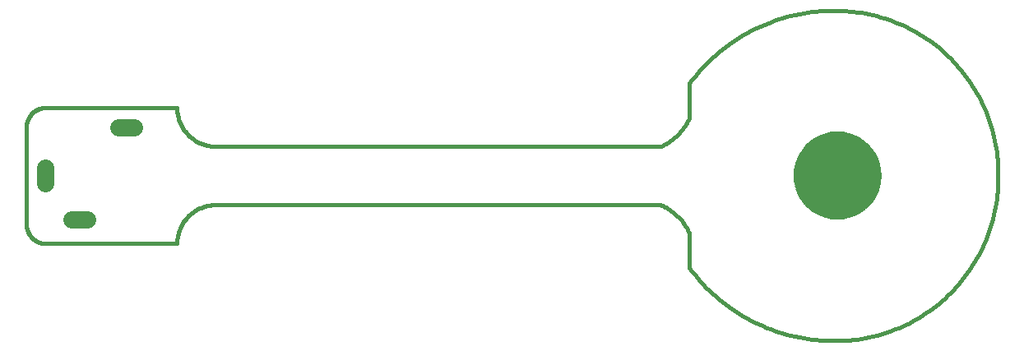
<source format=gbs>
G75*
%MOIN*%
%OFA0B0*%
%FSLAX25Y25*%
%IPPOS*%
%LPD*%
%AMOC8*
5,1,8,0,0,1.08239X$1,22.5*
%
%ADD10C,0.01600*%
%ADD11C,0.07137*%
%ADD12C,0.00600*%
D10*
X0023106Y0041189D02*
X0076256Y0041189D01*
X0076261Y0041570D01*
X0076274Y0041950D01*
X0076297Y0042330D01*
X0076330Y0042709D01*
X0076371Y0043087D01*
X0076421Y0043464D01*
X0076481Y0043840D01*
X0076549Y0044215D01*
X0076627Y0044587D01*
X0076714Y0044958D01*
X0076809Y0045326D01*
X0076914Y0045692D01*
X0077027Y0046055D01*
X0077149Y0046416D01*
X0077279Y0046773D01*
X0077419Y0047127D01*
X0077566Y0047478D01*
X0077723Y0047825D01*
X0077887Y0048168D01*
X0078060Y0048507D01*
X0078241Y0048842D01*
X0078430Y0049173D01*
X0078627Y0049498D01*
X0078831Y0049819D01*
X0079044Y0050135D01*
X0079264Y0050445D01*
X0079491Y0050751D01*
X0079726Y0051050D01*
X0079968Y0051344D01*
X0080216Y0051632D01*
X0080472Y0051914D01*
X0080735Y0052189D01*
X0081004Y0052458D01*
X0081279Y0052721D01*
X0081561Y0052977D01*
X0081849Y0053225D01*
X0082143Y0053467D01*
X0082442Y0053702D01*
X0082748Y0053929D01*
X0083058Y0054149D01*
X0083374Y0054362D01*
X0083695Y0054566D01*
X0084020Y0054763D01*
X0084351Y0054952D01*
X0084686Y0055133D01*
X0085025Y0055306D01*
X0085368Y0055470D01*
X0085715Y0055627D01*
X0086066Y0055774D01*
X0086420Y0055914D01*
X0086777Y0056044D01*
X0087138Y0056166D01*
X0087501Y0056279D01*
X0087867Y0056384D01*
X0088235Y0056479D01*
X0088606Y0056566D01*
X0088978Y0056644D01*
X0089353Y0056712D01*
X0089729Y0056772D01*
X0090106Y0056822D01*
X0090484Y0056863D01*
X0090863Y0056896D01*
X0091243Y0056919D01*
X0091623Y0056932D01*
X0092004Y0056937D01*
X0272122Y0056937D01*
X0283933Y0045126D02*
X0283933Y0031347D01*
X0283933Y0045126D02*
X0283728Y0045603D01*
X0283513Y0046076D01*
X0283286Y0046543D01*
X0283048Y0047004D01*
X0282799Y0047460D01*
X0282539Y0047910D01*
X0282269Y0048354D01*
X0281988Y0048791D01*
X0281697Y0049221D01*
X0281395Y0049644D01*
X0281084Y0050060D01*
X0280763Y0050468D01*
X0280432Y0050868D01*
X0280092Y0051261D01*
X0279743Y0051645D01*
X0279384Y0052021D01*
X0279017Y0052388D01*
X0278641Y0052747D01*
X0278257Y0053096D01*
X0277864Y0053436D01*
X0277464Y0053767D01*
X0277056Y0054088D01*
X0276640Y0054399D01*
X0276217Y0054701D01*
X0275787Y0054992D01*
X0275350Y0055273D01*
X0274906Y0055543D01*
X0274456Y0055803D01*
X0274000Y0056052D01*
X0273539Y0056290D01*
X0273072Y0056517D01*
X0272599Y0056732D01*
X0272122Y0056937D01*
X0272122Y0080559D02*
X0092004Y0080559D01*
X0091623Y0080564D01*
X0091243Y0080577D01*
X0090863Y0080600D01*
X0090484Y0080633D01*
X0090106Y0080674D01*
X0089729Y0080724D01*
X0089353Y0080784D01*
X0088978Y0080852D01*
X0088606Y0080930D01*
X0088235Y0081017D01*
X0087867Y0081112D01*
X0087501Y0081217D01*
X0087138Y0081330D01*
X0086777Y0081452D01*
X0086420Y0081582D01*
X0086066Y0081722D01*
X0085715Y0081869D01*
X0085368Y0082026D01*
X0085025Y0082190D01*
X0084686Y0082363D01*
X0084351Y0082544D01*
X0084020Y0082733D01*
X0083695Y0082930D01*
X0083374Y0083134D01*
X0083058Y0083347D01*
X0082748Y0083567D01*
X0082442Y0083794D01*
X0082143Y0084029D01*
X0081849Y0084271D01*
X0081561Y0084519D01*
X0081279Y0084775D01*
X0081004Y0085038D01*
X0080735Y0085307D01*
X0080472Y0085582D01*
X0080216Y0085864D01*
X0079968Y0086152D01*
X0079726Y0086446D01*
X0079491Y0086745D01*
X0079264Y0087051D01*
X0079044Y0087361D01*
X0078831Y0087677D01*
X0078627Y0087998D01*
X0078430Y0088323D01*
X0078241Y0088654D01*
X0078060Y0088989D01*
X0077887Y0089328D01*
X0077723Y0089671D01*
X0077566Y0090018D01*
X0077419Y0090369D01*
X0077279Y0090723D01*
X0077149Y0091080D01*
X0077027Y0091441D01*
X0076914Y0091804D01*
X0076809Y0092170D01*
X0076714Y0092538D01*
X0076627Y0092909D01*
X0076549Y0093281D01*
X0076481Y0093656D01*
X0076421Y0094032D01*
X0076371Y0094409D01*
X0076330Y0094787D01*
X0076297Y0095166D01*
X0076274Y0095546D01*
X0076261Y0095926D01*
X0076256Y0096307D01*
X0023106Y0096307D01*
X0022916Y0096305D01*
X0022726Y0096298D01*
X0022536Y0096286D01*
X0022346Y0096270D01*
X0022157Y0096250D01*
X0021968Y0096224D01*
X0021780Y0096195D01*
X0021593Y0096160D01*
X0021407Y0096121D01*
X0021222Y0096078D01*
X0021037Y0096030D01*
X0020854Y0095978D01*
X0020673Y0095922D01*
X0020493Y0095861D01*
X0020314Y0095795D01*
X0020137Y0095726D01*
X0019961Y0095652D01*
X0019788Y0095574D01*
X0019616Y0095491D01*
X0019447Y0095405D01*
X0019279Y0095315D01*
X0019114Y0095220D01*
X0018951Y0095122D01*
X0018791Y0095019D01*
X0018633Y0094913D01*
X0018478Y0094803D01*
X0018325Y0094690D01*
X0018175Y0094572D01*
X0018029Y0094451D01*
X0017885Y0094327D01*
X0017744Y0094199D01*
X0017606Y0094068D01*
X0017471Y0093933D01*
X0017340Y0093795D01*
X0017212Y0093654D01*
X0017088Y0093510D01*
X0016967Y0093364D01*
X0016849Y0093214D01*
X0016736Y0093061D01*
X0016626Y0092906D01*
X0016520Y0092748D01*
X0016417Y0092588D01*
X0016319Y0092425D01*
X0016224Y0092260D01*
X0016134Y0092092D01*
X0016048Y0091923D01*
X0015965Y0091751D01*
X0015887Y0091578D01*
X0015813Y0091402D01*
X0015744Y0091225D01*
X0015678Y0091046D01*
X0015617Y0090866D01*
X0015561Y0090685D01*
X0015509Y0090502D01*
X0015461Y0090317D01*
X0015418Y0090132D01*
X0015379Y0089946D01*
X0015344Y0089759D01*
X0015315Y0089571D01*
X0015289Y0089382D01*
X0015269Y0089193D01*
X0015253Y0089003D01*
X0015241Y0088813D01*
X0015234Y0088623D01*
X0015232Y0088433D01*
X0015232Y0049063D01*
X0015234Y0048873D01*
X0015241Y0048683D01*
X0015253Y0048493D01*
X0015269Y0048303D01*
X0015289Y0048114D01*
X0015315Y0047925D01*
X0015344Y0047737D01*
X0015379Y0047550D01*
X0015418Y0047364D01*
X0015461Y0047179D01*
X0015509Y0046994D01*
X0015561Y0046811D01*
X0015617Y0046630D01*
X0015678Y0046450D01*
X0015744Y0046271D01*
X0015813Y0046094D01*
X0015887Y0045918D01*
X0015965Y0045745D01*
X0016048Y0045573D01*
X0016134Y0045404D01*
X0016224Y0045236D01*
X0016319Y0045071D01*
X0016417Y0044908D01*
X0016520Y0044748D01*
X0016626Y0044590D01*
X0016736Y0044435D01*
X0016849Y0044282D01*
X0016967Y0044132D01*
X0017088Y0043986D01*
X0017212Y0043842D01*
X0017340Y0043701D01*
X0017471Y0043563D01*
X0017606Y0043428D01*
X0017744Y0043297D01*
X0017885Y0043169D01*
X0018029Y0043045D01*
X0018175Y0042924D01*
X0018325Y0042806D01*
X0018478Y0042693D01*
X0018633Y0042583D01*
X0018791Y0042477D01*
X0018951Y0042374D01*
X0019114Y0042276D01*
X0019279Y0042181D01*
X0019447Y0042091D01*
X0019616Y0042005D01*
X0019788Y0041922D01*
X0019961Y0041844D01*
X0020137Y0041770D01*
X0020314Y0041701D01*
X0020493Y0041635D01*
X0020673Y0041574D01*
X0020854Y0041518D01*
X0021037Y0041466D01*
X0021222Y0041418D01*
X0021407Y0041375D01*
X0021593Y0041336D01*
X0021780Y0041301D01*
X0021968Y0041272D01*
X0022157Y0041246D01*
X0022346Y0041226D01*
X0022536Y0041210D01*
X0022726Y0041198D01*
X0022916Y0041191D01*
X0023106Y0041189D01*
X0272122Y0080559D02*
X0272614Y0080770D01*
X0273101Y0080993D01*
X0273582Y0081228D01*
X0274058Y0081475D01*
X0274527Y0081733D01*
X0274990Y0082003D01*
X0275446Y0082284D01*
X0275895Y0082576D01*
X0276336Y0082879D01*
X0276771Y0083193D01*
X0277197Y0083517D01*
X0277615Y0083852D01*
X0278025Y0084197D01*
X0278426Y0084551D01*
X0278819Y0084916D01*
X0279202Y0085290D01*
X0279576Y0085673D01*
X0279941Y0086066D01*
X0280295Y0086467D01*
X0280640Y0086877D01*
X0280975Y0087295D01*
X0281299Y0087721D01*
X0281613Y0088156D01*
X0281916Y0088597D01*
X0282208Y0089046D01*
X0282489Y0089502D01*
X0282759Y0089965D01*
X0283017Y0090434D01*
X0283264Y0090910D01*
X0283499Y0091391D01*
X0283722Y0091878D01*
X0283933Y0092370D01*
X0283933Y0106150D01*
X0283933Y0031347D02*
X0284980Y0029958D01*
X0286059Y0028595D01*
X0287171Y0027258D01*
X0288314Y0025949D01*
X0289489Y0024667D01*
X0290694Y0023413D01*
X0291929Y0022189D01*
X0293192Y0020995D01*
X0294484Y0019832D01*
X0295804Y0018700D01*
X0297150Y0017600D01*
X0298523Y0016532D01*
X0299920Y0015498D01*
X0301342Y0014498D01*
X0302788Y0013532D01*
X0304256Y0012601D01*
X0305747Y0011705D01*
X0307258Y0010846D01*
X0308790Y0010023D01*
X0310340Y0009237D01*
X0311910Y0008488D01*
X0313496Y0007778D01*
X0315100Y0007105D01*
X0316719Y0006472D01*
X0318353Y0005877D01*
X0320000Y0005322D01*
X0321661Y0004806D01*
X0323333Y0004331D01*
X0325016Y0003895D01*
X0326709Y0003500D01*
X0328412Y0003146D01*
X0330122Y0002833D01*
X0331839Y0002561D01*
X0333562Y0002331D01*
X0335291Y0002141D01*
X0337023Y0001993D01*
X0338758Y0001887D01*
X0340496Y0001823D01*
X0342234Y0001800D01*
X0343973Y0001819D01*
X0283933Y0106149D02*
X0284980Y0107538D01*
X0286059Y0108901D01*
X0287171Y0110238D01*
X0288314Y0111547D01*
X0289489Y0112829D01*
X0290694Y0114083D01*
X0291929Y0115307D01*
X0293192Y0116501D01*
X0294484Y0117664D01*
X0295804Y0118796D01*
X0297150Y0119896D01*
X0298523Y0120964D01*
X0299920Y0121998D01*
X0301342Y0122998D01*
X0302788Y0123964D01*
X0304256Y0124895D01*
X0305747Y0125791D01*
X0307258Y0126650D01*
X0308790Y0127473D01*
X0310340Y0128259D01*
X0311910Y0129008D01*
X0313496Y0129718D01*
X0315100Y0130391D01*
X0316719Y0131024D01*
X0318353Y0131619D01*
X0320000Y0132174D01*
X0321661Y0132690D01*
X0323333Y0133165D01*
X0325016Y0133601D01*
X0326709Y0133996D01*
X0328412Y0134350D01*
X0330122Y0134663D01*
X0331839Y0134935D01*
X0333562Y0135165D01*
X0335291Y0135355D01*
X0337023Y0135503D01*
X0338758Y0135609D01*
X0340496Y0135673D01*
X0342234Y0135696D01*
X0343973Y0135677D01*
X0343972Y0135677D02*
X0345565Y0135634D01*
X0347157Y0135552D01*
X0348746Y0135432D01*
X0350332Y0135274D01*
X0351914Y0135077D01*
X0353490Y0134842D01*
X0355060Y0134570D01*
X0356624Y0134259D01*
X0358179Y0133911D01*
X0359725Y0133525D01*
X0361262Y0133102D01*
X0362788Y0132642D01*
X0364302Y0132145D01*
X0365804Y0131612D01*
X0367293Y0131042D01*
X0368767Y0130437D01*
X0370226Y0129796D01*
X0371670Y0129121D01*
X0373096Y0128410D01*
X0374506Y0127666D01*
X0375896Y0126887D01*
X0377268Y0126075D01*
X0378619Y0125231D01*
X0379950Y0124353D01*
X0381259Y0123444D01*
X0382546Y0122504D01*
X0383809Y0121533D01*
X0385049Y0120531D01*
X0386264Y0119500D01*
X0387454Y0118440D01*
X0388618Y0117351D01*
X0389755Y0116234D01*
X0390865Y0115091D01*
X0391947Y0113921D01*
X0393001Y0112725D01*
X0394025Y0111504D01*
X0395020Y0110258D01*
X0395984Y0108989D01*
X0396917Y0107697D01*
X0397819Y0106383D01*
X0398688Y0105047D01*
X0399525Y0103691D01*
X0400329Y0102315D01*
X0401100Y0100920D01*
X0401836Y0099507D01*
X0402539Y0098076D01*
X0403206Y0096629D01*
X0403839Y0095166D01*
X0404435Y0093688D01*
X0404996Y0092196D01*
X0405521Y0090691D01*
X0406009Y0089174D01*
X0406461Y0087645D01*
X0406875Y0086106D01*
X0407252Y0084558D01*
X0407591Y0083001D01*
X0407893Y0081436D01*
X0408157Y0079864D01*
X0408383Y0078286D01*
X0408570Y0076704D01*
X0408720Y0075117D01*
X0408831Y0073527D01*
X0408903Y0071935D01*
X0408937Y0070342D01*
X0408933Y0068748D01*
X0408937Y0067154D01*
X0408903Y0065561D01*
X0408831Y0063969D01*
X0408720Y0062379D01*
X0408570Y0060792D01*
X0408383Y0059210D01*
X0408157Y0057632D01*
X0407893Y0056060D01*
X0407591Y0054495D01*
X0407252Y0052938D01*
X0406875Y0051390D01*
X0406461Y0049851D01*
X0406009Y0048322D01*
X0405521Y0046805D01*
X0404996Y0045300D01*
X0404435Y0043808D01*
X0403839Y0042330D01*
X0403206Y0040867D01*
X0402539Y0039420D01*
X0401836Y0037989D01*
X0401100Y0036576D01*
X0400329Y0035181D01*
X0399525Y0033805D01*
X0398688Y0032449D01*
X0397819Y0031113D01*
X0396917Y0029799D01*
X0395984Y0028507D01*
X0395020Y0027238D01*
X0394025Y0025992D01*
X0393001Y0024771D01*
X0391947Y0023575D01*
X0390865Y0022405D01*
X0389755Y0021262D01*
X0388618Y0020145D01*
X0387454Y0019056D01*
X0386264Y0017996D01*
X0385049Y0016965D01*
X0383809Y0015963D01*
X0382546Y0014992D01*
X0381259Y0014052D01*
X0379950Y0013143D01*
X0378619Y0012265D01*
X0377268Y0011421D01*
X0375896Y0010609D01*
X0374506Y0009830D01*
X0373096Y0009086D01*
X0371670Y0008375D01*
X0370226Y0007700D01*
X0368767Y0007059D01*
X0367293Y0006454D01*
X0365804Y0005884D01*
X0364302Y0005351D01*
X0362788Y0004854D01*
X0361262Y0004394D01*
X0359725Y0003971D01*
X0358179Y0003585D01*
X0356624Y0003237D01*
X0355060Y0002926D01*
X0353490Y0002654D01*
X0351914Y0002419D01*
X0350332Y0002222D01*
X0348746Y0002064D01*
X0347157Y0001944D01*
X0345565Y0001862D01*
X0343972Y0001819D01*
D11*
X0058794Y0088433D02*
X0052457Y0088433D01*
X0022949Y0071917D02*
X0022949Y0065580D01*
X0033560Y0051032D02*
X0039897Y0051032D01*
D12*
X0326453Y0068748D02*
X0326603Y0066461D01*
X0327050Y0064214D01*
X0327786Y0062044D01*
X0328800Y0059988D01*
X0330073Y0058083D01*
X0331584Y0056360D01*
X0333307Y0054849D01*
X0335213Y0053576D01*
X0337268Y0052562D01*
X0339438Y0051825D01*
X0341686Y0051378D01*
X0343972Y0051228D01*
X0346259Y0051378D01*
X0348507Y0051825D01*
X0350677Y0052562D01*
X0352732Y0053576D01*
X0354638Y0054849D01*
X0356361Y0056360D01*
X0357872Y0058083D01*
X0359145Y0059988D01*
X0360159Y0062044D01*
X0360895Y0064214D01*
X0361342Y0066461D01*
X0361492Y0068748D01*
X0326453Y0068748D01*
X0326603Y0071035D01*
X0327050Y0073283D01*
X0327786Y0075453D01*
X0328800Y0077508D01*
X0330073Y0079413D01*
X0331584Y0081136D01*
X0333307Y0082647D01*
X0335213Y0083921D01*
X0337268Y0084934D01*
X0339438Y0085671D01*
X0341686Y0086118D01*
X0343972Y0086268D01*
X0346259Y0086118D01*
X0348507Y0085671D01*
X0350677Y0084934D01*
X0352732Y0083921D01*
X0354638Y0082647D01*
X0356361Y0081136D01*
X0357872Y0079413D01*
X0359145Y0077508D01*
X0360159Y0075453D01*
X0360895Y0073283D01*
X0361342Y0071035D01*
X0361492Y0068748D01*
X0361453Y0068150D02*
X0326492Y0068150D01*
X0326531Y0067551D02*
X0361414Y0067551D01*
X0361374Y0066953D02*
X0326570Y0066953D01*
X0326624Y0066354D02*
X0361321Y0066354D01*
X0361202Y0065756D02*
X0326743Y0065756D01*
X0326862Y0065157D02*
X0361083Y0065157D01*
X0360964Y0064559D02*
X0326981Y0064559D01*
X0327136Y0063960D02*
X0360809Y0063960D01*
X0360606Y0063362D02*
X0327339Y0063362D01*
X0327542Y0062763D02*
X0360403Y0062763D01*
X0360200Y0062164D02*
X0327745Y0062164D01*
X0328022Y0061566D02*
X0359923Y0061566D01*
X0359628Y0060967D02*
X0328317Y0060967D01*
X0328612Y0060369D02*
X0359333Y0060369D01*
X0358999Y0059770D02*
X0328945Y0059770D01*
X0329345Y0059172D02*
X0358599Y0059172D01*
X0358200Y0058573D02*
X0329745Y0058573D01*
X0330168Y0057975D02*
X0357777Y0057975D01*
X0357252Y0057376D02*
X0330693Y0057376D01*
X0331218Y0056778D02*
X0356727Y0056778D01*
X0356155Y0056179D02*
X0331790Y0056179D01*
X0332472Y0055581D02*
X0355472Y0055581D01*
X0354790Y0054982D02*
X0333155Y0054982D01*
X0334003Y0054384D02*
X0353942Y0054384D01*
X0353046Y0053785D02*
X0334899Y0053785D01*
X0336001Y0053187D02*
X0351944Y0053187D01*
X0350730Y0052588D02*
X0337215Y0052588D01*
X0338954Y0051990D02*
X0348991Y0051990D01*
X0346324Y0051391D02*
X0341620Y0051391D01*
X0326492Y0069347D02*
X0361453Y0069347D01*
X0361414Y0069945D02*
X0326531Y0069945D01*
X0326570Y0070544D02*
X0361374Y0070544D01*
X0361321Y0071142D02*
X0326624Y0071142D01*
X0326743Y0071741D02*
X0361202Y0071741D01*
X0361083Y0072339D02*
X0326862Y0072339D01*
X0326981Y0072938D02*
X0360964Y0072938D01*
X0360809Y0073536D02*
X0327136Y0073536D01*
X0327339Y0074135D02*
X0360606Y0074135D01*
X0360403Y0074733D02*
X0327542Y0074733D01*
X0327745Y0075332D02*
X0360200Y0075332D01*
X0359923Y0075930D02*
X0328022Y0075930D01*
X0328317Y0076529D02*
X0359628Y0076529D01*
X0359333Y0077127D02*
X0328612Y0077127D01*
X0328946Y0077726D02*
X0358999Y0077726D01*
X0358599Y0078324D02*
X0329345Y0078324D01*
X0329745Y0078923D02*
X0358200Y0078923D01*
X0357777Y0079521D02*
X0330168Y0079521D01*
X0330693Y0080120D02*
X0357252Y0080120D01*
X0356727Y0080718D02*
X0331218Y0080718D01*
X0331790Y0081317D02*
X0356155Y0081317D01*
X0355473Y0081915D02*
X0332472Y0081915D01*
X0333155Y0082514D02*
X0354790Y0082514D01*
X0353942Y0083112D02*
X0334003Y0083112D01*
X0334899Y0083711D02*
X0353046Y0083711D01*
X0351944Y0084309D02*
X0336001Y0084309D01*
X0337215Y0084908D02*
X0350730Y0084908D01*
X0348991Y0085506D02*
X0338954Y0085506D01*
X0341620Y0086105D02*
X0346324Y0086105D01*
M02*

</source>
